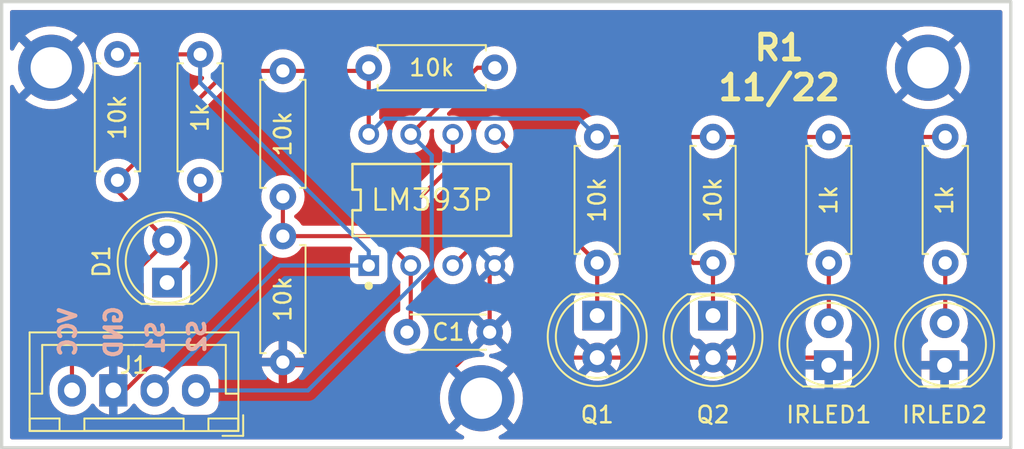
<source format=kicad_pcb>
(kicad_pcb (version 20211014) (generator pcbnew)
  (layers (0 "F.Cu" signal) (31 "B.Cu" signal) (34 "B.Paste" user) (35 "F.Paste" user) (36 "B.SilkS" user "B.Silkscreen") (37 "F.SilkS" user "F.Silkscreen") (38 "B.Mask" user) (39 "F.Mask" user) (44 "Edge.Cuts" user))
  (net 0 "")
  (net 1 "Net-(D1-Pad1)")
  (net 2 "VCC")
  (net 3 "Net-(IRLED1-Pad2)")
  (net 4 "Net-(C1-Pad2)")
  (net 5 "Net-(Q1-Pad1)")
  (net 6 "Net-(R_IRE2-Pad2)")
  (net 7 "Signal1")
  (net 8 "Net-(R_IRR2-Pad1)")
  (net 9 "Signal2")
  (net 10 "GND")
  (footprint "Resistor_THT:R_Axial_DIN0207_L6.3mm_D2.5mm_P7.62mm_Horizontal" (layer "F.Cu") (at 140 75.81 90)
    (fp_text reference "10k" (at 3.81 0 90) (layer "F.SilkS"))
    (fp_text value "10k")
    (fp_line (start 0.54 -1.04) (end 0.54 -1.37) (layer "F.SilkS") (width 0.12))
    (fp_line (start 0.54 1.04) (end 0.54 1.37) (layer "F.SilkS") (width 0.12))
    (fp_line (start 0.54 -1.37) (end 7.08 -1.37) (layer "F.SilkS") (width 0.12))
    (fp_line (start 7.08 -1.37) (end 7.08 -1.04) (layer "F.SilkS") (width 0.12))
    (fp_line (start 0.54 1.37) (end 7.08 1.37) (layer "F.SilkS") (width 0.12))
    (fp_line (start 7.08 1.37) (end 7.08 1.04) (layer "F.SilkS") (width 0.12))
    (pad "1" thru_hole circle (at 0 0 90) (size 1.6 1.6) (drill 0.8) (layers *.Cu *.Mask) (net 8 "Net-(R_IRR2-Pad1)"))
    (pad "2" thru_hole oval (at 7.62 0 90) (size 1.6 1.6) (drill 0.8) (layers *.Cu *.Mask) (net 2 "VCC"))
  )
  (footprint "LED_THT:LED_D5.0mm_IRGrey" (layer "F.Cu") (at 107 77 90)
    (fp_text reference "D1" (at 1.27 -3.96 90) (layer "F.SilkS"))
    (fp_text value "LED")
    (fp_line (start -1.29 -1.545) (end -1.29 1.545) (layer "F.SilkS") (width 0.12))
    (fp_arc (start -1.29 -1.54483) (mid 2.072002 -2.880433) (end 4.26 0.000462) (layer "F.SilkS") (width 0.12))
    (fp_arc (start 4.26 -0.000462) (mid 2.072002 2.880433) (end -1.29 1.54483) (layer "F.SilkS") (width 0.12))
    (fp_circle (center 1.27 0) (end 3.77 0) (layer "F.SilkS") (width 0.12) (fill none))
    (pad "1" thru_hole rect (at 0 0 90) (size 1.8 1.8) (drill 0.9) (layers *.Cu *.Mask) (net 1 "Net-(D1-Pad1)"))
    (pad "2" thru_hole circle (at 2.54 0 90) (size 1.8 1.8) (drill 0.9) (layers *.Cu *.Mask) (net 2 "VCC"))
  )
  (footprint "LED_THT:LED_D5.0mm_IRGrey" (layer "F.Cu") (at 154 82 90)
    (fp_text reference "IRLED2" (at -3 0 180) (layer "F.SilkS"))
    (fp_text value "LD271")
    (fp_line (start -1.29 -1.545) (end -1.29 1.545) (layer "F.SilkS") (width 0.12))
    (fp_arc (start 4.26 -0.000462) (mid 2.072002 2.880433) (end -1.29 1.54483) (layer "F.SilkS") (width 0.12))
    (fp_arc (start -1.29 -1.54483) (mid 2.072002 -2.880433) (end 4.26 0.000462) (layer "F.SilkS") (width 0.12))
    (fp_circle (center 1.27 0) (end 3.77 0) (layer "F.SilkS") (width 0.12) (fill none))
    (pad "1" thru_hole rect (at 0 0 90) (size 1.8 1.8) (drill 0.9) (layers *.Cu *.Mask) (net 10 "GND"))
    (pad "2" thru_hole circle (at 2.54 0 90) (size 1.8 1.8) (drill 0.9) (layers *.Cu *.Mask) (net 6 "Net-(R_IRE2-Pad2)"))
  )
  (footprint "Resistor_THT:R_Axial_DIN0207_L6.3mm_D2.5mm_P7.62mm_Horizontal" (layer "F.Cu") (at 147 68.19 -90)
    (fp_text reference "1k" (at 3.81 0 90) (layer "F.SilkS"))
    (fp_text value "1k")
    (fp_line (start 7.08 1.37) (end 7.08 1.04) (layer "F.SilkS") (width 0.12))
    (fp_line (start 0.54 -1.04) (end 0.54 -1.37) (layer "F.SilkS") (width 0.12))
    (fp_line (start 7.08 -1.37) (end 7.08 -1.04) (layer "F.SilkS") (width 0.12))
    (fp_line (start 0.54 1.04) (end 0.54 1.37) (layer "F.SilkS") (width 0.12))
    (fp_line (start 0.54 -1.37) (end 7.08 -1.37) (layer "F.SilkS") (width 0.12))
    (fp_line (start 0.54 1.37) (end 7.08 1.37) (layer "F.SilkS") (width 0.12))
    (pad "1" thru_hole circle (at 0 0 270) (size 1.6 1.6) (drill 0.8) (layers *.Cu *.Mask) (net 2 "VCC"))
    (pad "2" thru_hole oval (at 7.62 0 270) (size 1.6 1.6) (drill 0.8) (layers *.Cu *.Mask) (net 3 "Net-(IRLED1-Pad2)"))
  )
  (footprint "Connector_JST:JST_XH_B4B-XH-A_1x04_P2.50mm_Vertical" (layer "F.Cu") (at 108.75 83.525 180)
    (fp_text reference "J1" (at 3.75 1.525) (layer "F.SilkS"))
    (fp_text value "Conn_01x04_Male")
    (fp_line (start -1.8 -0.2) (end -1.8 2.75) (layer "F.SilkS") (width 0.12))
    (fp_line (start -1.6 -2.75) (end -2.85 -2.75) (layer "F.SilkS") (width 0.12))
    (fp_line (start 8.25 -2.45) (end 8.25 -1.7) (layer "F.SilkS") (width 0.12))
    (fp_line (start -1.8 2.75) (end 3.75 2.75) (layer "F.SilkS") (width 0.12))
    (fp_line (start 9.3 -0.2) (end 9.3 2.75) (layer "F.SilkS") (width 0.12))
    (fp_line (start -2.56 3.51) (end 10.06 3.51) (layer "F.SilkS") (width 0.12))
    (fp_line (start 10.05 -1.7) (end 10.05 -2.45) (layer "F.SilkS") (width 0.12))
    (fp_line (start -2.55 -2.45) (end -2.55 -1.7) (layer "F.SilkS") (width 0.12))
    (fp_line (start 10.06 -2.46) (end -2.56 -2.46) (layer "F.SilkS") (width 0.12))
    (fp_line (start 8.25 -1.7) (end 10.05 -1.7) (layer "F.SilkS") (width 0.12))
    (fp_line (start 6.75 -1.7) (end 6.75 -2.45) (layer "F.SilkS") (width 0.12))
    (fp_line (start 6.75 -2.45) (end 0.75 -2.45) (layer "F.SilkS") (width 0.12))
    (fp_line (start -2.55 -1.7) (end -0.75 -1.7) (layer "F.SilkS") (width 0.12))
    (fp_line (start 0.75 -2.45) (end 0.75 -1.7) (layer "F.SilkS") (width 0.12))
    (fp_line (start 10.05 -2.45) (end 8.25 -2.45) (layer "F.SilkS") (width 0.12))
    (fp_line (start -2.56 -2.46) (end -2.56 3.51) (layer "F.SilkS") (width 0.12))
    (fp_line (start -2.85 -2.75) (end -2.85 -1.5) (layer "F.SilkS") (width 0.12))
    (fp_line (start -2.55 -0.2) (end -1.8 -0.2) (layer "F.SilkS") (width 0.12))
    (fp_line (start 0.75 -1.7) (end 6.75 -1.7) (layer "F.SilkS") (width 0.12))
    (fp_line (start 9.3 2.75) (end 3.75 2.75) (layer "F.SilkS") (width 0.12))
    (fp_line (start 10.06 3.51) (end 10.06 -2.46) (layer "F.SilkS") (width 0.12))
    (fp_line (start -0.75 -2.45) (end -2.55 -2.45) (layer "F.SilkS") (width 0.12))
    (fp_line (start 10.05 -0.2) (end 9.3 -0.2) (layer "F.SilkS") (width 0.12))
    (fp_line (start -0.75 -1.7) (end -0.75 -2.45) (layer "F.SilkS") (width 0.12))
    (pad "1" thru_hole oval (at 0 0 180) (size 1.7 1.95) (drill 0.95) (layers *.Cu *.Mask) (net 9 "Signal2"))
    (pad "2" thru_hole oval (at 2.5 0 180) (size 1.7 1.95) (drill 0.95) (layers *.Cu *.Mask) (net 7 "Signal1"))
    (pad "3" thru_hole rect (at 5 0 180) (size 1.7 1.95) (drill 0.95) (layers *.Cu *.Mask) (net 10 "GND"))
    (pad "4" thru_hole oval (at 7.5 0 180) (size 1.7 1.95) (drill 0.95) (layers *.Cu *.Mask) (net 2 "VCC"))
  )
  (footprint "Resistor_THT:R_Axial_DIN0207_L6.3mm_D2.5mm_P7.62mm_Horizontal" (layer "F.Cu") (at 114 64.19 -90)
    (fp_text reference "10k" (at 3.81 0 90) (layer "F.SilkS"))
    (fp_text value "10k")
    (fp_line (start 0.54 -1.04) (end 0.54 -1.37) (layer "F.SilkS") (width 0.12))
    (fp_line (start 0.54 1.37) (end 7.08 1.37) (layer "F.SilkS") (width 0.12))
    (fp_line (start 7.08 -1.37) (end 7.08 -1.04) (layer "F.SilkS") (width 0.12))
    (fp_line (start 7.08 1.37) (end 7.08 1.04) (layer "F.SilkS") (width 0.12))
    (fp_line (start 0.54 1.04) (end 0.54 1.37) (layer "F.SilkS") (width 0.12))
    (fp_line (start 0.54 -1.37) (end 7.08 -1.37) (layer "F.SilkS") (width 0.12))
    (pad "1" thru_hole circle (at 0 0 270) (size 1.6 1.6) (drill 0.8) (layers *.Cu *.Mask) (net 2 "VCC"))
    (pad "2" thru_hole oval (at 7.62 0 270) (size 1.6 1.6) (drill 0.8) (layers *.Cu *.Mask) (net 4 "Net-(C1-Pad2)"))
  )
  (footprint "LED_THT:LED_D5.0mm_IRGrey" (layer "F.Cu") (at 140 79 -90)
    (fp_text reference "Q2" (at 6 -0.000462 180) (layer "F.SilkS"))
    (fp_text value "Q_Photo_NPN_CE")
    (fp_line (start -1.29 -1.545) (end -1.29 1.545) (layer "F.SilkS") (width 0.12))
    (fp_arc (start 4.26 -0.000462) (mid 2.072002 2.880433) (end -1.29 1.54483) (layer "F.SilkS") (width 0.12))
    (fp_arc (start -1.29 -1.54483) (mid 2.072002 -2.880433) (end 4.26 0.000462) (layer "F.SilkS") (width 0.12))
    (fp_circle (center 1.27 0) (end 3.77 0) (layer "F.SilkS") (width 0.12) (fill none))
    (pad "1" thru_hole rect (at 0 0 270) (size 1.8 1.8) (drill 0.9) (layers *.Cu *.Mask) (net 8 "Net-(R_IRR2-Pad1)"))
    (pad "2" thru_hole circle (at 2.54 0 270) (size 1.8 1.8) (drill 0.9) (layers *.Cu *.Mask) (net 10 "GND"))
  )
  (footprint "eec:Texas_Instruments-P_R-PDIP-T8-0-0-0" (layer "F.Cu") (at 123 72 90)
    (fp_text reference "U1" hide)
    (fp_text value "LM393P" (at 0 0 180) (layer "F.SilkS") (effects (font (size 1.27 1.27))))
    (fp_line (start -0.621428 -4.295) (end -0.621428 -4.795) (layer "F.SilkS") (width 0.15))
    (fp_line (start -0.621428 -4.795) (end -2.175 -4.795) (layer "F.SilkS") (width 0.15))
    (fp_line (start 0.621428 -4.795) (end 0.621428 -4.295) (layer "F.SilkS") (width 0.15))
    (fp_line (start 2.175 4.795) (end 2.175 -4.795) (layer "F.SilkS") (width 0.15))
    (fp_line (start -2.175 4.795) (end 2.175 4.795) (layer "F.SilkS") (width 0.15))
    (fp_line (start 2.175 -4.795) (end 0.621428 -4.795) (layer "F.SilkS") (width 0.15))
    (fp_line (start 0.621428 -4.295) (end -0.621428 -4.295) (layer "F.SilkS") (width 0.15))
    (fp_line (start -2.175 -4.795) (end -2.175 4.795) (layer "F.SilkS") (width 0.15))
    (fp_circle (center -5.195 -3.81) (end -5.07 -3.81) (layer "F.SilkS") (width 0.25) (fill none))
    (pad "1" thru_hole rect locked (at -3.97 -3.81 90) (size 1.25 1.25) (drill 0.75) (layers *.Cu *.Mask) (net 7 "Signal1"))
    (pad "2" thru_hole circle locked (at -3.97 -1.27 90) (size 1.25 1.25) (drill 0.75) (layers *.Cu *.Mask) (net 4 "Net-(C1-Pad2)"))
    (pad "3" thru_hole circle locked (at -3.97 1.27 90) (size 1.25 1.25) (drill 0.75) (layers *.Cu *.Mask) (net 5 "Net-(Q1-Pad1)"))
    (pad "4" thru_hole circle locked (at -3.97 3.81 90) (size 1.25 1.25) (drill 0.75) (layers *.Cu *.Mask) (net 10 "GND"))
    (pad "5" thru_hole circle locked (at 3.97 3.81 90) (size 1.25 1.25) (drill 0.75) (layers *.Cu *.Mask) (net 8 "Net-(R_IRR2-Pad1)"))
    (pad "6" thru_hole circle locked (at 3.97 1.27 90) (size 1.25 1.25) (drill 0.75) (layers *.Cu *.Mask) (net 4 "Net-(C1-Pad2)"))
    (pad "7" thru_hole circle locked (at 3.97 -1.27 90) (size 1.25 1.25) (drill 0.75) (layers *.Cu *.Mask) (net 9 "Signal2"))
    (pad "8" thru_hole circle locked (at 3.97 -3.81 90) (size 1.25 1.25) (drill 0.75) (layers *.Cu *.Mask) (net 2 "VCC"))
  )
  (footprint "Resistor_THT:R_Axial_DIN0207_L6.3mm_D2.5mm_P7.62mm_Horizontal" (layer "F.Cu") (at 114 74.19 -90)
    (fp_text reference "10k" (at 3.81 0 90) (layer "F.SilkS"))
    (fp_text value "10k")
    (fp_line (start 0.54 -1.04) (end 0.54 -1.37) (layer "F.SilkS") (width 0.12))
    (fp_line (start 7.08 -1.37) (end 7.08 -1.04) (layer "F.SilkS") (width 0.12))
    (fp_line (start 0.54 1.37) (end 7.08 1.37) (layer "F.SilkS") (width 0.12))
    (fp_line (start 0.54 -1.37) (end 7.08 -1.37) (layer "F.SilkS") (width 0.12))
    (fp_line (start 0.54 1.04) (end 0.54 1.37) (layer "F.SilkS") (width 0.12))
    (fp_line (start 7.08 1.37) (end 7.08 1.04) (layer "F.SilkS") (width 0.12))
    (pad "1" thru_hole circle (at 0 0 270) (size 1.6 1.6) (drill 0.8) (layers *.Cu *.Mask) (net 4 "Net-(C1-Pad2)"))
    (pad "2" thru_hole oval (at 7.62 0 270) (size 1.6 1.6) (drill 0.8) (layers *.Cu *.Mask) (net 10 "GND"))
  )
  (footprint "LED_THT:LED_D5.0mm_IRGrey" (layer "F.Cu") (at 147 82 90)
    (fp_text reference "IRLED1" (at -3 0 180) (layer "F.SilkS"))
    (fp_text value "LD271")
    (fp_line (start -1.29 -1.545) (end -1.29 1.545) (layer "F.SilkS") (width 0.12))
    (fp_arc (start 4.26 -0.000462) (mid 2.072002 2.880433) (end -1.29 1.54483) (layer "F.SilkS") (width 0.12))
    (fp_arc (start -1.29 -1.54483) (mid 2.072002 -2.880433) (end 4.26 0.000462) (layer "F.SilkS") (width 0.12))
    (fp_circle (center 1.27 0) (end 3.77 0) (layer "F.SilkS") (width 0.12) (fill none))
    (pad "1" thru_hole rect (at 0 0 90) (size 1.8 1.8) (drill 0.9) (layers *.Cu *.Mask) (net 10 "GND"))
    (pad "2" thru_hole circle (at 2.54 0 90) (size 1.8 1.8) (drill 0.9) (layers *.Cu *.Mask) (net 3 "Net-(IRLED1-Pad2)"))
  )
  (footprint "Resistor_THT:R_Axial_DIN0207_L6.3mm_D2.5mm_P7.62mm_Horizontal" (layer "F.Cu") (at 109 70.81 90)
    (fp_text reference "1k" (at 3.81 0 90) (layer "F.SilkS"))
    (fp_text value "1k")
    (fp_line (start 7.08 1.37) (end 7.08 1.04) (layer "F.SilkS") (width 0.12))
    (fp_line (start 0.54 1.04) (end 0.54 1.37) (layer "F.SilkS") (width 0.12))
    (fp_line (start 7.08 -1.37) (end 7.08 -1.04) (layer "F.SilkS") (width 0.12))
    (fp_line (start 0.54 1.37) (end 7.08 1.37) (layer "F.SilkS") (width 0.12))
    (fp_line (start 0.54 -1.04) (end 0.54 -1.37) (layer "F.SilkS") (width 0.12))
    (fp_line (start 0.54 -1.37) (end 7.08 -1.37) (layer "F.SilkS") (width 0.12))
    (pad "1" thru_hole circle (at 0 0 90) (size 1.6 1.6) (drill 0.8) (layers *.Cu *.Mask) (net 1 "Net-(D1-Pad1)"))
    (pad "2" thru_hole oval (at 7.62 0 90) (size 1.6 1.6) (drill 0.8) (layers *.Cu *.Mask) (net 7 "Signal1"))
  )
  (footprint "Capacitor_THT:C_Disc_D4.3mm_W1.9mm_P5.00mm" (layer "F.Cu") (at 126.5 80 180)
    (fp_text reference "C1" (at 2.5 0) (layer "F.SilkS"))
    (fp_text value "C")
    (fp_line (start 0.23 1.07) (end 4.77 1.07) (layer "F.SilkS") (width 0.12))
    (fp_line (start 0.23 -1.07) (end 0.23 -1.055) (layer "F.SilkS") (width 0.12))
    (fp_line (start 4.77 1.055) (end 4.77 1.07) (layer "F.SilkS") (width 0.12))
    (fp_line (start 4.77 -1.07) (end 4.77 -1.055) (layer "F.SilkS") (width 0.12))
    (fp_line (start 0.23 -1.07) (end 4.77 -1.07) (layer "F.SilkS") (width 0.12))
    (fp_line (start 0.23 1.055) (end 0.23 1.07) (layer "F.SilkS") (width 0.12))
    (pad "1" thru_hole circle (at 0 0 180) (size 1.6 1.6) (drill 0.8) (layers *.Cu *.Mask) (net 10 "GND"))
    (pad "2" thru_hole circle (at 5 0 180) (size 1.6 1.6) (drill 0.8) (layers *.Cu *.Mask) (net 4 "Net-(C1-Pad2)"))
  )
  (footprint "" (layer "F.Cu") (at 153 64)
    (fp_text reference "" (at 0 0) (layer "F.SilkS") (effects (font (size 1.27 1.27))))
    (fp_text value "" (at 0 0) (layer "F.SilkS") (effects (font (size 1.27 1.27))))
    (pad "1" thru_hole circle (at 0 0) (size 4 4) (drill 2.5) (layers *.Cu *.Mask) (net 10 "GND"))
  )
  (footprint "LED_THT:LED_D5.0mm_IRGrey" (layer "F.Cu") (at 133 79 -90)
    (fp_text reference "Q1" (at 6 -0.000462 180) (layer "F.SilkS"))
    (fp_text value "Q_Photo_NPN_CE")
    (fp_line (start -1.29 -1.545) (end -1.29 1.545) (layer "F.SilkS") (width 0.12))
    (fp_arc (start 4.26 -0.000462) (mid 2.072002 2.880433) (end -1.29 1.54483) (layer "F.SilkS") (width 0.12))
    (fp_arc (start -1.29 -1.54483) (mid 2.072002 -2.880433) (end 4.26 0.000462) (layer "F.SilkS") (width 0.12))
    (fp_circle (center 1.27 0) (end 3.77 0) (layer "F.SilkS") (width 0.12) (fill none))
    (pad "1" thru_hole rect (at 0 0 270) (size 1.8 1.8) (drill 0.9) (layers *.Cu *.Mask) (net 5 "Net-(Q1-Pad1)"))
    (pad "2" thru_hole circle (at 2.54 0 270) (size 1.8 1.8) (drill 0.9) (layers *.Cu *.Mask) (net 10 "GND"))
  )
  (footprint "Resistor_THT:R_Axial_DIN0207_L6.3mm_D2.5mm_P7.62mm_Horizontal" (layer "F.Cu") (at 104 70.81 90)
    (fp_text reference "10k" (at 3.81 0 90) (layer "F.SilkS"))
    (fp_text value "10k")
    (fp_line (start 0.54 -1.37) (end 7.08 -1.37) (layer "F.SilkS") (width 0.12))
    (fp_line (start 0.54 1.04) (end 0.54 1.37) (layer "F.SilkS") (width 0.12))
    (fp_line (start 7.08 1.37) (end 7.08 1.04) (layer "F.SilkS") (width 0.12))
    (fp_line (start 7.08 -1.37) (end 7.08 -1.04) (layer "F.SilkS") (width 0.12))
    (fp_line (start 0.54 -1.04) (end 0.54 -1.37) (layer "F.SilkS") (width 0.12))
    (fp_line (start 0.54 1.37) (end 7.08 1.37) (layer "F.SilkS") (width 0.12))
    (pad "1" thru_hole circle (at 0 0 90) (size 1.6 1.6) (drill 0.8) (layers *.Cu *.Mask) (net 2 "VCC"))
    (pad "2" thru_hole oval (at 7.62 0 90) (size 1.6 1.6) (drill 0.8) (layers *.Cu *.Mask) (net 7 "Signal1"))
  )
  (footprint "Resistor_THT:R_Axial_DIN0207_L6.3mm_D2.5mm_P7.62mm_Horizontal" (layer "F.Cu") (at 154.04 68.19 -90)
    (fp_text reference "1k" (at 3.81 0.04 90) (layer "F.SilkS"))
    (fp_text value "1k")
    (fp_line (start 7.08 -1.37) (end 7.08 -1.04) (layer "F.SilkS") (width 0.12))
    (fp_line (start 0.54 1.37) (end 7.08 1.37) (layer "F.SilkS") (width 0.12))
    (fp_line (start 0.54 -1.04) (end 0.54 -1.37) (layer "F.SilkS") (width 0.12))
    (fp_line (start 0.54 1.04) (end 0.54 1.37) (layer "F.SilkS") (width 0.12))
    (fp_line (start 0.54 -1.37) (end 7.08 -1.37) (layer "F.SilkS") (width 0.12))
    (fp_line (start 7.08 1.37) (end 7.08 1.04) (layer "F.SilkS") (width 0.12))
    (pad "1" thru_hole circle (at 0 0 270) (size 1.6 1.6) (drill 0.8) (layers *.Cu *.Mask) (net 2 "VCC"))
    (pad "2" thru_hole oval (at 7.62 0 270) (size 1.6 1.6) (drill 0.8) (layers *.Cu *.Mask) (net 6 "Net-(R_IRE2-Pad2)"))
  )
  (footprint "Resistor_THT:R_Axial_DIN0207_L6.3mm_D2.5mm_P7.62mm_Horizontal" (layer "F.Cu") (at 133 75.81 90)
    (fp_text reference "10k" (at 3.81 0 90) (layer "F.SilkS"))
    (fp_text value "10k")
    (fp_line (start 0.54 -1.04) (end 0.54 -1.37) (layer "F.SilkS") (width 0.12))
    (fp_line (start 7.08 1.37) (end 7.08 1.04) (layer "F.SilkS") (width 0.12))
    (fp_line (start 0.54 -1.37) (end 7.08 -1.37) (layer "F.SilkS") (width 0.12))
    (fp_line (start 7.08 -1.37) (end 7.08 -1.04) (layer "F.SilkS") (width 0.12))
    (fp_line (start 0.54 1.37) (end 7.08 1.37) (layer "F.SilkS") (width 0.12))
    (fp_line (start 0.54 1.04) (end 0.54 1.37) (layer "F.SilkS") (width 0.12))
    (pad "1" thru_hole circle (at 0 0 90) (size 1.6 1.6) (drill 0.8) (layers *.Cu *.Mask) (net 5 "Net-(Q1-Pad1)"))
    (pad "2" thru_hole oval (at 7.62 0 90) (size 1.6 1.6) (drill 0.8) (layers *.Cu *.Mask) (net 2 "VCC"))
  )
  (footprint "" (layer "F.Cu") (at 126 84)
    (fp_text reference "" (at 0 0) (layer "F.SilkS") (effects (font (size 1.27 1.27))))
    (fp_text value "" (at 0 0) (layer "F.SilkS") (effects (font (size 1.27 1.27))))
    (pad "1" thru_hole circle (at 0 0) (size 4 4) (drill 2.5) (layers *.Cu *.Mask) (net 10 "GND"))
  )
  (footprint "" (layer "F.Cu") (at 100 64)
    (fp_text reference "" (at 0 0) (layer "F.SilkS") (effects (font (size 1.27 1.27))))
    (fp_text value "" (at 0 0) (layer "F.SilkS") (effects (font (size 1.27 1.27))))
    (pad "1" thru_hole circle (at 0 0) (size 4 4) (drill 2.5) (layers *.Cu *.Mask) (net 10 "GND"))
  )
  (footprint "Resistor_THT:R_Axial_DIN0207_L6.3mm_D2.5mm_P7.62mm_Horizontal" (layer "F.Cu") (at 119.19 64)
    (fp_text reference "10k" (at 3.81 0) (layer "F.SilkS"))
    (fp_text value "10k")
    (fp_line (start 0.54 -1.04) (end 0.54 -1.37) (layer "F.SilkS") (width 0.12))
    (fp_line (start 7.08 1.37) (end 7.08 1.04) (layer "F.SilkS") (width 0.12))
    (fp_line (start 7.08 -1.37) (end 7.08 -1.04) (layer "F.SilkS") (width 0.12))
    (fp_line (start 0.54 1.37) (end 7.08 1.37) (layer "F.SilkS") (width 0.12))
    (fp_line (start 0.54 1.04) (end 0.54 1.37) (layer "F.SilkS") (width 0.12))
    (fp_line (start 0.54 -1.37) (end 7.08 -1.37) (layer "F.SilkS") (width 0.12))
    (pad "1" thru_hole circle (at 0 0) (size 1.6 1.6) (drill 0.8) (layers *.Cu *.Mask) (net 2 "VCC"))
    (pad "2" thru_hole oval (at 7.62 0) (size 1.6 1.6) (drill 0.8) (layers *.Cu *.Mask) (net 9 "Signal2"))
  )
  (gr_rect (start 97 87) (end 158 60) (layer "Edge.Cuts") (width 0.2) (fill none))
  (gr_text "S1" (at 106.298507 80.335737 90) (layer "B.SilkS") (effects (font (size 1 1) (thickness 0.25)) (justify mirror)))
  (gr_text "VCC" (at 101 80 90) (layer "B.SilkS") (effects (font (size 1 1) (thickness 0.25)) (justify mirror)))
  (gr_text "GND" (at 103.767566 79.999999 -270) (layer "B.SilkS") (effects (font (size 1 1) (thickness 0.25)) (justify mirror)))
  (gr_text "S2" (at 108.803622 80.258259 90) (layer "B.SilkS") (effects (font (size 1 1) (thickness 0.25)) (justify mirror)))
  (gr_text "R1\n11/22" (at 144 64) (layer "F.SilkS") (effects (font (size 1.5 1.5) (thickness 0.3))))
  (segment (start 109 75) (end 109 70.81) (width 0.25) (layer "F.Cu") (net 1))
  (segment (start 107 77) (end 109 75) (width 0.25) (layer "F.Cu") (net 1))
  (segment (start 114 64.19) (end 119 64.19) (width 0.25) (layer "F.Cu") (net 2))
  (segment (start 107 74.46) (end 104 71.46) (width 0.25) (layer "F.Cu") (net 2))
  (segment (start 133 68.19) (end 140 68.19) (width 0.25) (layer "F.Cu") (net 2))
  (segment (start 119 64.19) (end 119.19 64) (width 0.25) (layer "F.Cu") (net 2))
  (segment (start 101.25 83.525) (end 101.25 80.21) (width 0.25) (layer "F.Cu") (net 2))
  (segment (start 110.62 64.19) (end 104 70.81) (width 0.25) (layer "F.Cu") (net 2))
  (segment (start 101.25 80.21) (end 107 74.46) (width 0.25) (layer "F.Cu") (net 2))
  (segment (start 114 64.19) (end 110.62 64.19) (width 0.25) (layer "F.Cu") (net 2))
  (segment (start 119.19 64) (end 119.19 68.03) (width 0.25) (layer "F.Cu") (net 2))
  (segment (start 140 68.19) (end 147 68.19) (width 0.25) (layer "F.Cu") (net 2))
  (segment (start 147 68.19) (end 154.04 68.19) (width 0.25) (layer "F.Cu") (net 2))
  (segment (start 104 71.46) (end 104 70.81) (width 0.25) (layer "F.Cu") (net 2))
  (segment (start 120.14 67.08) (end 119.19 68.03) (width 0.25) (layer "B.Cu") (net 2))
  (segment (start 131.89 67.08) (end 120.14 67.08) (width 0.25) (layer "B.Cu") (net 2))
  (segment (start 133 68.19) (end 131.89 67.08) (width 0.25) (layer "B.Cu") (net 2))
  (segment (start 147 75.81) (end 147 79.46) (width 0.25) (layer "F.Cu") (net 3))
  (segment (start 114 71.81) (end 114 74.19) (width 0.25) (layer "F.Cu") (net 4))
  (segment (start 114 74.19) (end 119.81 74.19) (width 0.25) (layer "F.Cu") (net 4))
  (segment (start 124.27 68.03) (end 124.27 69.87) (width 0.25) (layer "F.Cu") (net 4))
  (segment (start 121.73 75.97) (end 121.73 79.77) (width 0.25) (layer "F.Cu") (net 4))
  (segment (start 121.73 79.77) (end 121.5 80) (width 0.25) (layer "F.Cu") (net 4))
  (segment (start 119.95 74.19) (end 121.73 75.97) (width 0.25) (layer "F.Cu") (net 4))
  (segment (start 124.27 69.87) (end 119.95 74.19) (width 0.25) (layer "F.Cu") (net 4))
  (segment (start 119.81 74.19) (end 119.95 74.19) (width 0.25) (layer "F.Cu") (net 4))
  (segment (start 127.24 73) (end 124.27 75.97) (width 0.25) (layer "F.Cu") (net 5))
  (segment (start 133 75.81) (end 130.19 73) (width 0.25) (layer "F.Cu") (net 5))
  (segment (start 133 75.81) (end 133 79) (width 0.25) (layer "F.Cu") (net 5))
  (segment (start 130.19 73) (end 127.24 73) (width 0.25) (layer "F.Cu") (net 5))
  (segment (start 154.04 75.81) (end 154.04 79.42) (width 0.25) (layer "F.Cu") (net 6))
  (segment (start 154.04 79.42) (end 154 79.46) (width 0.25) (layer "F.Cu") (net 6))
  (segment (start 104 63.19) (end 109 63.19) (width 0.25) (layer "F.Cu") (net 7))
  (segment (start 119.19 75.97) (end 113.805 75.97) (width 0.25) (layer "B.Cu") (net 7))
  (segment (start 119.19 75.97) (end 119.19 75.095) (width 0.25) (layer "B.Cu") (net 7))
  (segment (start 113.805 75.97) (end 106.25 83.525) (width 0.25) (layer "B.Cu") (net 7))
  (segment (start 119.19 75.095) (end 109 64.905) (width 0.25) (layer "B.Cu") (net 7))
  (segment (start 109 64.905) (end 109 63.19) (width 0.25) (layer "B.Cu") (net 7))
  (segment (start 140 75.81) (end 140 79) (width 0.25) (layer "F.Cu") (net 8))
  (segment (start 140 75.81) (end 138.81 75.81) (width 0.25) (layer "F.Cu") (net 8))
  (segment (start 129.78 71) (end 126.81 68.03) (width 0.25) (layer "F.Cu") (net 8))
  (segment (start 134 71) (end 129.78 71) (width 0.25) (layer "F.Cu") (net 8))
  (segment (start 138.81 75.81) (end 134 71) (width 0.25) (layer "F.Cu") (net 8))
  (segment (start 125.76 64) (end 126.81 64) (width 0.25) (layer "F.Cu") (net 9))
  (segment (start 121.73 68.03) (end 125.76 64) (width 0.25) (layer "F.Cu") (net 9))
  (segment (start 115.518503 83.525) (end 123 76.043503) (width 0.25) (layer "B.Cu") (net 9))
  (segment (start 108.75 83.525) (end 115.518503 83.525) (width 0.25) (layer "B.Cu") (net 9))
  (segment (start 123 76.043503) (end 123 69.3) (width 0.25) (layer "B.Cu") (net 9))
  (segment (start 123 69.3) (end 121.73 68.03) (width 0.25) (layer "B.Cu") (net 9))
  (segment (start 147 82) (end 154 82) (width 0.25) (layer "F.Cu") (net 10))
  (segment (start 140 81.54) (end 146.54 81.54) (width 0.25) (layer "F.Cu") (net 10))
  (segment (start 133 81.54) (end 128.04 81.54) (width 0.25) (layer "F.Cu") (net 10))
  (segment (start 128.04 81.54) (end 126.5 80) (width 0.25) (layer "F.Cu") (net 10))
  (segment (start 133 81.54) (end 140 81.54) (width 0.25) (layer "F.Cu") (net 10))
  (segment (start 114 81.81) (end 106.178299 81.81) (width 0.25) (layer "F.Cu") (net 10))
  (segment (start 126.5 80) (end 124.5 82) (width 0.25) (layer "F.Cu") (net 10))
  (segment (start 106.178299 81.81) (end 104.463299 83.525) (width 0.25) (layer "F.Cu") (net 10))
  (segment (start 126.5 80) (end 126.5 76.28) (width 0.25) (layer "F.Cu") (net 10))
  (segment (start 124.5 82) (end 114.19 82) (width 0.25) (layer "F.Cu") (net 10))
  (segment (start 146.54 81.54) (end 147 82) (width 0.25) (layer "F.Cu") (net 10))
  (segment (start 126.5 76.28) (end 126.81 75.97) (width 0.25) (layer "F.Cu") (net 10))
  (segment (start 104.463299 83.525) (end 103.75 83.525) (width 0.25) (layer "F.Cu") (net 10))
  (segment (start 114.19 82) (end 114 81.81) (width 0.25) (layer "F.Cu") (net 10))
  (zone (net 10) (net_name "GND") (layers F&B.Cu) (connect_pads (clearance 0.508)) (min_thickness 0.254) (fill yes (thermal_gap 0.508) (thermal_bridge_width 0.508))
    (polygon (pts (xy 158 87) (xy 97 87) (xy 97 60) (xy 158 60)))
  )
)
</source>
